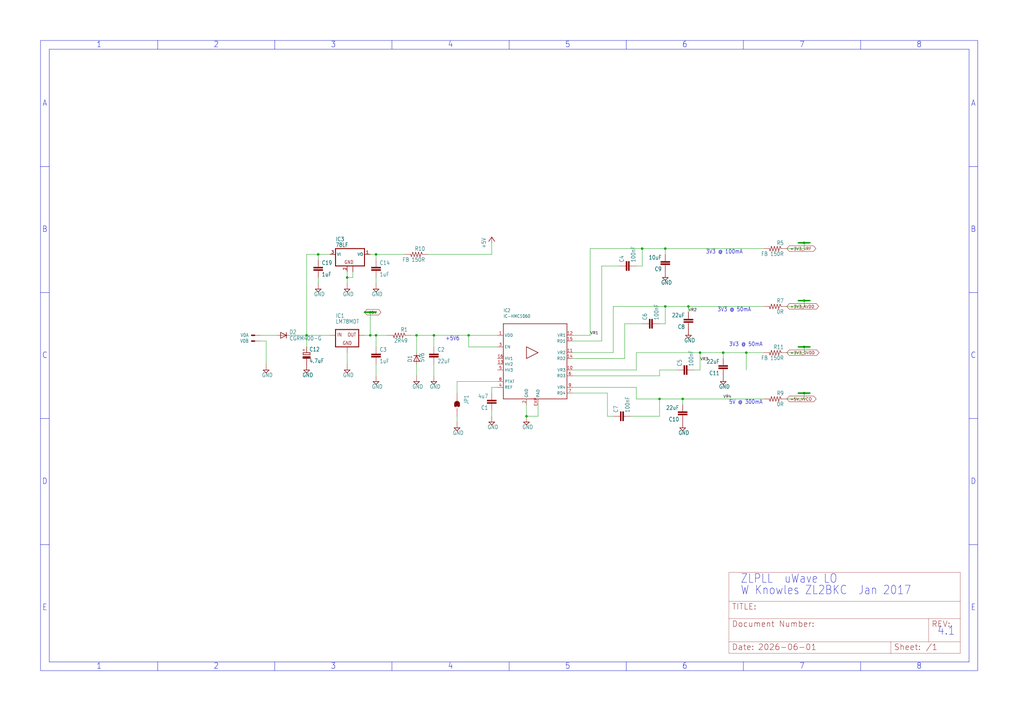
<source format=kicad_sch>
(kicad_sch (version 20230121) (generator eeschema)
  (paper "User" 449.58 315.112)
  (lib_symbols
    (symbol "ZLPLL14G-eagle-import:+5V" (power)
      (property "Value" "+5V" (at -2.54 -5.08 90))
      (symbol "+5V_1_0"
        (polyline (pts (xy 0 0) (xy -1.27 -1.905)) (stroke (width 0.254)))
        (polyline (pts (xy 1.27 -1.905) (xy 0 0)) (stroke (width 0.254)))
        (pin power_in line (at 0 -2.54 90) (length 2.54) (name "+5V") (number "1"))
      )
    )
    (symbol "ZLPLL14G-eagle-import:22-23-2021"
      (property "Reference" "X" (at 2.54 -0.762 0))
      (symbol "22-23-2021_1_0"
        (polyline (pts (xy 1.27 0) (xy 0 0)) (stroke (width 0.6096)))
        (pin passive line (at -2.54 0 0) (length 2.54) (name "S") (number "1"))
      )
      (symbol "22-23-2021_2_0"
        (polyline (pts (xy 1.27 0) (xy 0 0)) (stroke (width 0.6096)))
        (pin passive line (at -2.54 0 0) (length 2.54) (name "S") (number "2"))
      )
    )
    (symbol "ZLPLL14G-eagle-import:78LF"
      (property "Reference" "IC" (at -5.08 5.715 0))
      (symbol "78LF_1_0"
        (polyline (pts (xy -5.08 -5.08) (xy 7.62 -5.08)) (stroke (width 0.4064)))
        (polyline (pts (xy -5.08 2.54) (xy -5.08 -5.08)) (stroke (width 0.4064)))
        (polyline (pts (xy 7.62 -5.08) (xy 7.62 2.54)) (stroke (width 0.4064)))
        (polyline (pts (xy 7.62 2.54) (xy -5.08 2.54)) (stroke (width 0.4064)))
        (text "GND" (at -1.27 -4.318 0) (effects (font (size 1.524 1.2954)) (justify left bottom)))
        (pin passive line (at 10.16 0 180) (length 2.54) (name "VO") (number "1"))
        (pin passive line (at 0 -7.62 90) (length 2.54) (name "GND") (number "2"))
        (pin passive line (at 2.54 -7.62 90) (length 2.54) (name "GND@1") (number "2@1"))
        (pin input line (at -7.62 0 0) (length 2.54) (name "VI") (number "3"))
      )
    )
    (symbol "ZLPLL14G-eagle-import:C-EUC0603"
      (property "Reference" "C" (at 1.524 0.381 0))
      (symbol "C-EUC0603_1_0"
        (rectangle (start -2.032 -2.032) (end 2.032 -1.524) (fill (type outline)))
        (rectangle (start -2.032 -1.016) (end 2.032 -0.508) (fill (type outline)))
        (polyline (pts (xy 0 -2.54) (xy 0 -2.032)) (stroke (width 0.1524)))
        (polyline (pts (xy 0 0) (xy 0 -0.508)) (stroke (width 0.1524)))
        (pin passive line (at 0 2.54 270) (length 2.54) (name "1") (number "1"))
        (pin passive line (at 0 -5.08 90) (length 2.54) (name "2") (number "2"))
      )
    )
    (symbol "ZLPLL14G-eagle-import:CGRM400-G"
      (property "Reference" "D" (at 2.54 0.4826 0))
      (symbol "CGRM400-G_1_0"
        (polyline (pts (xy -1.27 -1.27) (xy 1.27 0)) (stroke (width 0.254)))
        (polyline (pts (xy -1.27 1.27) (xy -1.27 -1.27)) (stroke (width 0.254)))
        (polyline (pts (xy 1.27 0) (xy -1.27 1.27)) (stroke (width 0.254)))
        (polyline (pts (xy 1.27 0) (xy 1.27 -1.27)) (stroke (width 0.254)))
        (polyline (pts (xy 1.27 1.27) (xy 1.27 0)) (stroke (width 0.254)))
        (pin passive line (at -2.54 0 0) (length 2.54) (name "A") (number "A"))
        (pin passive line (at 2.54 0 180) (length 2.54) (name "C") (number "C"))
      )
    )
    (symbol "ZLPLL14G-eagle-import:CPOL-EUCT3528"
      (property "Reference" "C" (at 1.143 0.4826 0))
      (symbol "CPOL-EUCT3528_1_0"
        (rectangle (start -1.651 -2.54) (end 1.651 -1.651) (fill (type outline)))
        (polyline (pts (xy -1.524 -0.889) (xy 1.524 -0.889)) (stroke (width 0.254)))
        (polyline (pts (xy -1.524 0) (xy -1.524 -0.889)) (stroke (width 0.254)))
        (polyline (pts (xy -1.524 0) (xy 1.524 0)) (stroke (width 0.254)))
        (polyline (pts (xy 1.524 -0.889) (xy 1.524 0)) (stroke (width 0.254)))
        (text "+" (at -0.5842 0.4064 900) (effects (font (size 1.27 1.0795)) (justify left bottom)))
        (pin passive line (at 0 2.54 270) (length 2.54) (name "+") (number "+"))
        (pin passive line (at 0 -5.08 90) (length 2.54) (name "-") (number "-"))
      )
    )
    (symbol "ZLPLL14G-eagle-import:DINA3_L"
      (symbol "DINA3_L_1_0"
        (polyline (pts (xy 0 0) (xy 388.62 0) (xy 388.62 264.16) (xy 0 264.16) (xy 0 0)))
      )
      (symbol "DINA3_L_2_0"
        (polyline (pts (xy 0 0) (xy 0 5.08)) (stroke (width 0.1016)))
        (polyline (pts (xy 0 0) (xy 71.12 0)) (stroke (width 0.1016)))
        (polyline (pts (xy 0 5.08) (xy 0 15.24)) (stroke (width 0.1016)))
        (polyline (pts (xy 0 5.08) (xy 71.12 5.08)) (stroke (width 0.1016)))
        (polyline (pts (xy 0 15.24) (xy 0 22.86)) (stroke (width 0.1016)))
        (polyline (pts (xy 0 22.86) (xy 0 35.56)) (stroke (width 0.1016)))
        (polyline (pts (xy 0 22.86) (xy 101.6 22.86)) (stroke (width 0.1016)))
        (polyline (pts (xy 71.12 0) (xy 101.6 0)) (stroke (width 0.1016)))
        (polyline (pts (xy 71.12 5.08) (xy 71.12 0)) (stroke (width 0.1016)))
        (polyline (pts (xy 71.12 5.08) (xy 87.63 5.08)) (stroke (width 0.1016)))
        (polyline (pts (xy 87.63 5.08) (xy 101.6 5.08)) (stroke (width 0.1016)))
        (polyline (pts (xy 87.63 15.24) (xy 0 15.24)) (stroke (width 0.1016)))
        (polyline (pts (xy 87.63 15.24) (xy 87.63 5.08)) (stroke (width 0.1016)))
        (polyline (pts (xy 101.6 5.08) (xy 101.6 0)) (stroke (width 0.1016)))
        (polyline (pts (xy 101.6 15.24) (xy 87.63 15.24)) (stroke (width 0.1016)))
        (polyline (pts (xy 101.6 15.24) (xy 101.6 5.08)) (stroke (width 0.1016)))
        (polyline (pts (xy 101.6 22.86) (xy 101.6 15.24)) (stroke (width 0.1016)))
        (polyline (pts (xy 101.6 35.56) (xy 0 35.56)) (stroke (width 0.1016)))
        (polyline (pts (xy 101.6 35.56) (xy 101.6 22.86)) (stroke (width 0.1016)))
        (text "${#}/${##}" (at 86.36 1.27 0) (effects (font (size 2.54 2.54)) (justify left bottom)))
        (text "${CURRENT_DATE}" (at 12.7 1.27 0) (effects (font (size 2.54 2.54)) (justify left bottom)))
        (text "${PROJECTNAME}" (at 17.78 19.05 0) (effects (font (size 2.54 2.54)) (justify left bottom)))
        (text "Date:" (at 1.27 1.27 0) (effects (font (size 2.54 2.54)) (justify left bottom)))
        (text "Document Number:" (at 1.27 11.43 0) (effects (font (size 2.54 2.54)) (justify left bottom)))
        (text "REV:" (at 88.9 11.43 0) (effects (font (size 2.54 2.54)) (justify left bottom)))
        (text "Sheet:" (at 72.39 1.27 0) (effects (font (size 2.54 2.54)) (justify left bottom)))
        (text "TITLE:" (at 1.27 19.05 0) (effects (font (size 2.54 2.54)) (justify left bottom)))
      )
    )
    (symbol "ZLPLL14G-eagle-import:GND" (power)
      (property "Value" "GND" (at -1.905 -3.175 0))
      (symbol "GND_1_0"
        (polyline (pts (xy -1.27 0) (xy 1.27 0)) (stroke (width 0.254)))
        (polyline (pts (xy 0 -1.27) (xy -1.27 0)) (stroke (width 0.254)))
        (polyline (pts (xy 1.27 0) (xy 0 -1.27)) (stroke (width 0.254)))
        (pin power_in line (at 0 2.54 270) (length 2.54) (name "GND") (number "1"))
      )
    )
    (symbol "ZLPLL14G-eagle-import:IC-HMC1060"
      (property "Reference" "IC" (at -20.32 25.4 0))
      (symbol "IC-HMC1060_1_0"
        (polyline (pts (xy -20.32 -12.7) (xy -20.32 20.32)) (stroke (width 0.254)))
        (polyline (pts (xy -20.32 20.32) (xy 7.62 20.32)) (stroke (width 0.254)))
        (polyline (pts (xy -10.16 5.08) (xy -5.08 7.62)) (stroke (width 0.254)))
        (polyline (pts (xy -10.16 10.16) (xy -10.16 5.08)) (stroke (width 0.254)))
        (polyline (pts (xy -5.08 7.62) (xy -10.16 10.16)) (stroke (width 0.254)))
        (polyline (pts (xy 7.62 -12.7) (xy -20.32 -12.7)) (stroke (width 0.254)))
        (polyline (pts (xy 7.62 20.32) (xy 7.62 -12.7)) (stroke (width 0.254)))
        (pin bidirectional line (at -22.86 15.24 0) (length 2.54) (name "VDD") (number "1"))
        (pin bidirectional line (at 10.16 0 180) (length 2.54) (name "VR3") (number "10"))
        (pin bidirectional line (at 10.16 7.62 180) (length 2.54) (name "VR2") (number "11"))
        (pin bidirectional line (at 10.16 15.24 180) (length 2.54) (name "VR1") (number "12"))
        (pin bidirectional line (at -22.86 2.54 0) (length 2.54) (name "HV2") (number "13"))
        (pin bidirectional line (at 10.16 5.08 180) (length 2.54) (name "RD2") (number "14"))
        (pin bidirectional line (at 10.16 12.7 180) (length 2.54) (name "RD1") (number "15"))
        (pin bidirectional line (at -22.86 5.08 0) (length 2.54) (name "HV1") (number "16"))
        (pin bidirectional line (at -10.16 -15.24 90) (length 2.54) (name "GND") (number "2"))
        (pin bidirectional line (at -22.86 10.16 0) (length 2.54) (name "EN") (number "3"))
        (pin bidirectional line (at -22.86 -7.62 0) (length 2.54) (name "REF") (number "4"))
        (pin bidirectional line (at -22.86 0 0) (length 2.54) (name "HV3") (number "5"))
        (pin bidirectional line (at 10.16 -2.54 180) (length 2.54) (name "RD3") (number "6"))
        (pin bidirectional line (at 10.16 -10.16 180) (length 2.54) (name "RD4") (number "7"))
        (pin bidirectional line (at -22.86 -5.08 0) (length 2.54) (name "PTAT") (number "8"))
        (pin bidirectional line (at 10.16 -7.62 180) (length 2.54) (name "VR4") (number "9"))
        (pin bidirectional line (at -5.08 -15.24 90) (length 2.54) (name "PAD") (number "EXP"))
      )
    )
    (symbol "ZLPLL14G-eagle-import:LM78MDT"
      (property "Reference" "IC" (at 2.54 -7.62 0))
      (symbol "LM78MDT_1_0"
        (polyline (pts (xy -5.08 -5.08) (xy 5.08 -5.08)) (stroke (width 0.4064)))
        (polyline (pts (xy -5.08 2.54) (xy -5.08 -5.08)) (stroke (width 0.4064)))
        (polyline (pts (xy 5.08 -5.08) (xy 5.08 2.54)) (stroke (width 0.4064)))
        (polyline (pts (xy 5.08 2.54) (xy -5.08 2.54)) (stroke (width 0.4064)))
        (text "GND" (at -2.032 -4.318 0) (effects (font (size 1.524 1.2954)) (justify left bottom)))
        (text "IN" (at -4.445 -0.635 0) (effects (font (size 1.524 1.2954)) (justify left bottom)))
        (text "OUT" (at 0.127 -0.635 0) (effects (font (size 1.524 1.2954)) (justify left bottom)))
        (pin input line (at -7.62 0 0) (length 2.54) (name "IN") (number "1"))
        (pin passive line (at 7.62 0 180) (length 2.54) (name "OUT") (number "3"))
        (pin input line (at 0 -7.62 90) (length 2.54) (name "GND") (number "4"))
      )
    )
    (symbol "ZLPLL14G-eagle-import:R-US_R0603"
      (property "Reference" "R" (at -3.81 1.4986 0))
      (symbol "R-US_R0603_1_0"
        (polyline (pts (xy -2.54 0) (xy -2.159 1.016)) (stroke (width 0.2032)))
        (polyline (pts (xy -2.159 1.016) (xy -1.524 -1.016)) (stroke (width 0.2032)))
        (polyline (pts (xy -1.524 -1.016) (xy -0.889 1.016)) (stroke (width 0.2032)))
        (polyline (pts (xy -0.889 1.016) (xy -0.254 -1.016)) (stroke (width 0.2032)))
        (polyline (pts (xy -0.254 -1.016) (xy 0.381 1.016)) (stroke (width 0.2032)))
        (polyline (pts (xy 0.381 1.016) (xy 1.016 -1.016)) (stroke (width 0.2032)))
        (polyline (pts (xy 1.016 -1.016) (xy 1.651 1.016)) (stroke (width 0.2032)))
        (polyline (pts (xy 1.651 1.016) (xy 2.286 -1.016)) (stroke (width 0.2032)))
        (polyline (pts (xy 2.286 -1.016) (xy 2.54 0)) (stroke (width 0.2032)))
        (pin passive line (at -5.08 0 0) (length 2.54) (name "1") (number "1"))
        (pin passive line (at 5.08 0 180) (length 2.54) (name "2") (number "2"))
      )
    )
    (symbol "ZLPLL14G-eagle-import:R-US_R1206"
      (property "Reference" "R" (at -3.81 1.4986 0))
      (symbol "R-US_R1206_1_0"
        (polyline (pts (xy -2.54 0) (xy -2.159 1.016)) (stroke (width 0.2032)))
        (polyline (pts (xy -2.159 1.016) (xy -1.524 -1.016)) (stroke (width 0.2032)))
        (polyline (pts (xy -1.524 -1.016) (xy -0.889 1.016)) (stroke (width 0.2032)))
        (polyline (pts (xy -0.889 1.016) (xy -0.254 -1.016)) (stroke (width 0.2032)))
        (polyline (pts (xy -0.254 -1.016) (xy 0.381 1.016)) (stroke (width 0.2032)))
        (polyline (pts (xy 0.381 1.016) (xy 1.016 -1.016)) (stroke (width 0.2032)))
        (polyline (pts (xy 1.016 -1.016) (xy 1.651 1.016)) (stroke (width 0.2032)))
        (polyline (pts (xy 1.651 1.016) (xy 2.286 -1.016)) (stroke (width 0.2032)))
        (polyline (pts (xy 2.286 -1.016) (xy 2.54 0)) (stroke (width 0.2032)))
        (pin passive line (at -5.08 0 0) (length 2.54) (name "1") (number "1"))
        (pin passive line (at 5.08 0 180) (length 2.54) (name "2") (number "2"))
      )
    )
    (symbol "ZLPLL14G-eagle-import:SOLDERJUMPERNO"
      (property "Reference" "SJ" (at -2.54 2.54 0))
      (symbol "SOLDERJUMPERNO_1_0"
        (arc (start -0.381 -0.635) (mid 0.2541 -0.0001) (end -0.3808 0.635) (stroke (width 1.27)))
        (polyline (pts (xy -2.54 0) (xy -1.651 0)) (stroke (width 0.1524)))
        (polyline (pts (xy 2.54 0) (xy 1.651 0)) (stroke (width 0.1524)))
        (arc (start 0.3808 -0.635) (mid 1.0132 -0.0001) (end 0.381 0.635) (stroke (width 1.27)))
        (pin passive line (at -5.08 0 0) (length 2.54) (name "1") (number "1"))
        (pin passive line (at 5.08 0 180) (length 2.54) (name "2") (number "2"))
      )
    )
    (symbol "ZLPLL14G-eagle-import:ZENER-DIODESOD80C"
      (property "Reference" "D" (at -1.778 1.905 0))
      (symbol "ZENER-DIODESOD80C_1_0"
        (polyline (pts (xy -1.27 -1.27) (xy 1.27 0)) (stroke (width 0.254)))
        (polyline (pts (xy -1.27 1.27) (xy -1.27 -1.27)) (stroke (width 0.254)))
        (polyline (pts (xy 1.27 -1.27) (xy 0.635 -1.27)) (stroke (width 0.254)))
        (polyline (pts (xy 1.27 0) (xy -1.27 1.27)) (stroke (width 0.254)))
        (polyline (pts (xy 1.27 0) (xy 1.27 -1.27)) (stroke (width 0.254)))
        (polyline (pts (xy 1.27 1.27) (xy 1.27 0)) (stroke (width 0.254)))
        (pin passive line (at -2.54 0 0) (length 2.54) (name "A") (number "A"))
        (pin passive line (at 2.54 0 180) (length 2.54) (name "C") (number "C"))
      )
    )
  )
  (junction (at 162.56 147.32))
  (junction (at 353.06 132.08))
  (junction (at 353.06 152.4))
  (junction (at 317.5 154.94))
  (junction (at 231.14 182.88))
  (junction (at 205.74 147.32))
  (junction (at 353.06 172.72))
  (junction (at 302.26 134.62))
  (junction (at 152.4 121.92))
  (junction (at 134.62 147.32))
  (junction (at 165.1 147.32))
  (junction (at 353.06 106.68))
  (junction (at 165.1 111.76))
  (junction (at 299.72 175.26))
  (junction (at 190.5 147.32))
  (junction (at 292.1 109.22))
  (junction (at 182.88 147.32))
  (junction (at 281.94 109.22))
  (junction (at 289.56 175.26))
  (junction (at 162.56 137.16))
  (junction (at 327.66 154.94))
  (junction (at 307.34 154.94))
  (junction (at 292.1 134.62))
  (junction (at 139.7 111.76))
  (wire (pts (xy 215.9 172.72) (xy 215.9 170.18)) (stroke (width 0.1524)))
  (wire (pts (xy 307.34 154.94) (xy 317.5 154.94)) (stroke (width 0.1524)))
  (wire (pts (xy 139.7 114.3) (xy 139.7 111.76)) (stroke (width 0.1524)))
  (wire (pts (xy 165.1 152.4) (xy 165.1 147.32)) (stroke (width 0.1524)))
  (wire (pts (xy 266.7 172.72) (xy 266.7 182.88)) (stroke (width 0.1524)))
  (wire (pts (xy 289.56 162.56) (xy 297.18 162.56)) (stroke (width 0.1524)))
  (wire (pts (xy 215.9 182.88) (xy 215.9 180.34)) (stroke (width 0.1524)))
  (wire (pts (xy 264.16 116.84) (xy 271.78 116.84)) (stroke (width 0.1524)))
  (wire (pts (xy 134.62 147.32) (xy 144.78 147.32)) (stroke (width 0.1524)))
  (wire (pts (xy 269.24 134.62) (xy 269.24 154.94)) (stroke (width 0.1524)))
  (wire (pts (xy 279.4 170.18) (xy 279.4 175.26)) (stroke (width 0.1524)))
  (wire (pts (xy 251.46 147.32) (xy 259.08 147.32)) (stroke (width 0.1524)))
  (wire (pts (xy 114.3 147.32) (xy 121.92 147.32)) (stroke (width 0.1524)))
  (wire (pts (xy 251.46 172.72) (xy 266.7 172.72)) (stroke (width 0.1524)))
  (wire (pts (xy 116.84 149.86) (xy 116.84 160.02)) (stroke (width 0.1524)))
  (wire (pts (xy 162.56 147.32) (xy 165.1 147.32)) (stroke (width 0.1524)))
  (wire (pts (xy 152.4 121.92) (xy 152.4 119.38)) (stroke (width 0.1524)))
  (wire (pts (xy 292.1 111.76) (xy 292.1 109.22)) (stroke (width 0.1524)))
  (wire (pts (xy 279.4 154.94) (xy 307.34 154.94)) (stroke (width 0.1524)))
  (wire (pts (xy 353.06 106.68) (xy 355.6 106.68)) (stroke (width 0.6096)))
  (wire (pts (xy 218.44 152.4) (xy 205.74 152.4)) (stroke (width 0.1524)))
  (wire (pts (xy 134.62 111.76) (xy 134.62 147.32)) (stroke (width 0.1524)))
  (wire (pts (xy 200.66 172.72) (xy 200.66 167.64)) (stroke (width 0.1524)))
  (wire (pts (xy 190.5 165.1) (xy 190.5 160.02)) (stroke (width 0.1524)))
  (wire (pts (xy 302.26 137.16) (xy 302.26 134.62)) (stroke (width 0.1524)))
  (wire (pts (xy 274.32 142.24) (xy 281.94 142.24)) (stroke (width 0.1524)))
  (wire (pts (xy 345.44 109.22) (xy 353.06 109.22)) (stroke (width 0.1524)))
  (wire (pts (xy 139.7 121.92) (xy 139.7 124.46)) (stroke (width 0.1524)))
  (wire (pts (xy 304.8 162.56) (xy 307.34 162.56)) (stroke (width 0.1524)))
  (wire (pts (xy 236.22 182.88) (xy 231.14 182.88)) (stroke (width 0.1524)))
  (wire (pts (xy 353.06 154.94) (xy 353.06 152.4)) (stroke (width 0.1524)))
  (wire (pts (xy 251.46 170.18) (xy 279.4 170.18)) (stroke (width 0.1524)))
  (wire (pts (xy 134.62 152.4) (xy 134.62 147.32)) (stroke (width 0.1524)))
  (wire (pts (xy 215.9 111.76) (xy 187.96 111.76)) (stroke (width 0.1524)))
  (wire (pts (xy 182.88 160.02) (xy 182.88 165.1)) (stroke (width 0.1524)))
  (wire (pts (xy 279.4 116.84) (xy 281.94 116.84)) (stroke (width 0.1524)))
  (wire (pts (xy 292.1 134.62) (xy 302.26 134.62)) (stroke (width 0.1524)))
  (wire (pts (xy 266.7 182.88) (xy 269.24 182.88)) (stroke (width 0.1524)))
  (wire (pts (xy 269.24 134.62) (xy 292.1 134.62)) (stroke (width 0.1524)))
  (wire (pts (xy 251.46 157.48) (xy 274.32 157.48)) (stroke (width 0.1524)))
  (wire (pts (xy 205.74 152.4) (xy 205.74 147.32)) (stroke (width 0.1524)))
  (wire (pts (xy 292.1 109.22) (xy 335.28 109.22)) (stroke (width 0.1524)))
  (wire (pts (xy 231.14 182.88) (xy 231.14 177.8)) (stroke (width 0.1524)))
  (wire (pts (xy 259.08 109.22) (xy 281.94 109.22)) (stroke (width 0.1524)))
  (wire (pts (xy 353.06 172.72) (xy 355.6 172.72)) (stroke (width 0.6096)))
  (wire (pts (xy 182.88 147.32) (xy 190.5 147.32)) (stroke (width 0.1524)))
  (wire (pts (xy 154.94 121.92) (xy 152.4 121.92)) (stroke (width 0.1524)))
  (wire (pts (xy 251.46 162.56) (xy 279.4 162.56)) (stroke (width 0.1524)))
  (wire (pts (xy 353.06 152.4) (xy 350.52 152.4)) (stroke (width 0.6096)))
  (wire (pts (xy 182.88 154.94) (xy 182.88 147.32)) (stroke (width 0.1524)))
  (wire (pts (xy 152.4 124.46) (xy 152.4 121.92)) (stroke (width 0.1524)))
  (wire (pts (xy 327.66 162.56) (xy 327.66 154.94)) (stroke (width 0.1524)))
  (wire (pts (xy 274.32 157.48) (xy 274.32 142.24)) (stroke (width 0.1524)))
  (wire (pts (xy 353.06 132.08) (xy 350.52 132.08)) (stroke (width 0.6096)))
  (wire (pts (xy 317.5 154.94) (xy 327.66 154.94)) (stroke (width 0.1524)))
  (wire (pts (xy 353.06 152.4) (xy 355.6 152.4)) (stroke (width 0.6096)))
  (wire (pts (xy 154.94 119.38) (xy 154.94 121.92)) (stroke (width 0.1524)))
  (wire (pts (xy 353.06 109.22) (xy 353.06 106.68)) (stroke (width 0.1524)))
  (wire (pts (xy 269.24 154.94) (xy 251.46 154.94)) (stroke (width 0.1524)))
  (wire (pts (xy 281.94 116.84) (xy 281.94 109.22)) (stroke (width 0.1524)))
  (wire (pts (xy 299.72 175.26) (xy 335.28 175.26)) (stroke (width 0.1524)))
  (wire (pts (xy 259.08 147.32) (xy 259.08 109.22)) (stroke (width 0.1524)))
  (wire (pts (xy 307.34 162.56) (xy 307.34 154.94)) (stroke (width 0.1524)))
  (wire (pts (xy 299.72 177.8) (xy 299.72 175.26)) (stroke (width 0.1524)))
  (wire (pts (xy 160.02 147.32) (xy 162.56 147.32)) (stroke (width 0.1524)))
  (wire (pts (xy 327.66 154.94) (xy 335.28 154.94)) (stroke (width 0.1524)))
  (wire (pts (xy 289.56 175.26) (xy 299.72 175.26)) (stroke (width 0.1524)))
  (wire (pts (xy 276.86 182.88) (xy 289.56 182.88)) (stroke (width 0.1524)))
  (wire (pts (xy 215.9 106.68) (xy 215.9 111.76)) (stroke (width 0.1524)))
  (wire (pts (xy 165.1 121.92) (xy 165.1 124.46)) (stroke (width 0.1524)))
  (wire (pts (xy 345.44 134.62) (xy 353.06 134.62)) (stroke (width 0.1524)))
  (wire (pts (xy 165.1 111.76) (xy 177.8 111.76)) (stroke (width 0.1524)))
  (wire (pts (xy 292.1 142.24) (xy 292.1 134.62)) (stroke (width 0.1524)))
  (wire (pts (xy 139.7 111.76) (xy 134.62 111.76)) (stroke (width 0.1524)))
  (wire (pts (xy 289.56 162.56) (xy 289.56 165.1)) (stroke (width 0.1524)))
  (wire (pts (xy 165.1 147.32) (xy 170.18 147.32)) (stroke (width 0.1524)))
  (wire (pts (xy 289.56 182.88) (xy 289.56 175.26)) (stroke (width 0.1524)))
  (wire (pts (xy 215.9 170.18) (xy 218.44 170.18)) (stroke (width 0.1524)))
  (wire (pts (xy 165.1 165.1) (xy 165.1 160.02)) (stroke (width 0.1524)))
  (wire (pts (xy 317.5 157.48) (xy 317.5 154.94)) (stroke (width 0.1524)))
  (wire (pts (xy 281.94 109.22) (xy 292.1 109.22)) (stroke (width 0.1524)))
  (wire (pts (xy 353.06 106.68) (xy 350.52 106.68)) (stroke (width 0.6096)))
  (wire (pts (xy 205.74 147.32) (xy 218.44 147.32)) (stroke (width 0.1524)))
  (wire (pts (xy 279.4 162.56) (xy 279.4 154.94)) (stroke (width 0.1524)))
  (wire (pts (xy 190.5 147.32) (xy 205.74 147.32)) (stroke (width 0.1524)))
  (wire (pts (xy 353.06 134.62) (xy 353.06 132.08)) (stroke (width 0.1524)))
  (wire (pts (xy 279.4 175.26) (xy 289.56 175.26)) (stroke (width 0.1524)))
  (wire (pts (xy 200.66 167.64) (xy 218.44 167.64)) (stroke (width 0.1524)))
  (wire (pts (xy 180.34 147.32) (xy 182.88 147.32)) (stroke (width 0.1524)))
  (wire (pts (xy 345.44 154.94) (xy 353.06 154.94)) (stroke (width 0.1524)))
  (wire (pts (xy 127 147.32) (xy 134.62 147.32)) (stroke (width 0.1524)))
  (wire (pts (xy 162.56 147.32) (xy 162.56 137.16)) (stroke (width 0.1524)))
  (wire (pts (xy 152.4 160.02) (xy 152.4 154.94)) (stroke (width 0.1524)))
  (wire (pts (xy 165.1 114.3) (xy 165.1 111.76)) (stroke (width 0.1524)))
  (wire (pts (xy 251.46 149.86) (xy 264.16 149.86)) (stroke (width 0.1524)))
  (wire (pts (xy 162.56 111.76) (xy 165.1 111.76)) (stroke (width 0.1524)))
  (wire (pts (xy 302.26 134.62) (xy 335.28 134.62)) (stroke (width 0.1524)))
  (wire (pts (xy 236.22 177.8) (xy 236.22 182.88)) (stroke (width 0.1524)))
  (wire (pts (xy 264.16 149.86) (xy 264.16 116.84)) (stroke (width 0.1524)))
  (wire (pts (xy 251.46 165.1) (xy 289.56 165.1)) (stroke (width 0.1524)))
  (wire (pts (xy 350.52 172.72) (xy 353.06 172.72)) (stroke (width 0.6096)))
  (wire (pts (xy 162.56 137.16) (xy 165.1 137.16)) (stroke (width 0.6096)))
  (wire (pts (xy 160.02 137.16) (xy 162.56 137.16)) (stroke (width 0.6096)))
  (wire (pts (xy 200.66 182.88) (xy 200.66 185.42)) (stroke (width 0.1524)))
  (wire (pts (xy 353.06 132.08) (xy 355.6 132.08)) (stroke (width 0.6096)))
  (wire (pts (xy 289.56 142.24) (xy 292.1 142.24)) (stroke (width 0.1524)))
  (wire (pts (xy 353.06 175.26) (xy 353.06 172.72)) (stroke (width 0.1524)))
  (wire (pts (xy 190.5 152.4) (xy 190.5 147.32)) (stroke (width 0.1524)))
  (wire (pts (xy 114.3 149.86) (xy 116.84 149.86)) (stroke (width 0.1524)))
  (wire (pts (xy 144.78 111.76) (xy 139.7 111.76)) (stroke (width 0.1524)))
  (wire (pts (xy 345.44 175.26) (xy 353.06 175.26)) (stroke (width 0.1524)))
  (polyline (pts (xy 425.45 239.268) (xy 429.26 239.268)))
  (polyline (pts (xy 425.45 290.83) (xy 21.59 290.83)))
  (polyline (pts (xy 21.59 21.59) (xy 21.59 290.83)))
  (polyline (pts (xy 377.825 17.78) (xy 377.825 21.59)))
  (polyline (pts (xy 326.39 17.78) (xy 326.39 21.59)))
  (polyline (pts (xy 17.78 17.78) (xy 429.26 17.78) (xy 429.26 294.64) (xy 17.78 294.64) (xy 17.78 17.78)))
  (polyline (pts (xy 274.955 17.78) (xy 274.955 21.59)))
  (polyline (pts (xy 425.45 183.896) (xy 429.26 183.896)))
  (polyline (pts (xy 120.65 17.78) (xy 120.65 21.59)))
  (polyline (pts (xy 425.45 21.59) (xy 21.59 21.59)))
  (polyline (pts (xy 425.45 128.524) (xy 429.26 128.524)))
  (polyline (pts (xy 69.215 290.83) (xy 69.215 294.64)))
  (polyline (pts (xy 223.52 17.78) (xy 223.52 21.59)))
  (polyline (pts (xy 172.085 290.83) (xy 172.085 294.64)))
  (polyline (pts (xy 17.78 239.268) (xy 21.59 239.268)))
  (polyline (pts (xy 17.78 128.524) (xy 21.59 128.524)))
  (polyline (pts (xy 377.825 290.83) (xy 377.825 294.64)))
  (polyline (pts (xy 274.955 290.83) (xy 274.955 294.64)))
  (polyline (pts (xy 425.45 21.59) (xy 425.45 290.83)))
  (polyline (pts (xy 69.215 17.78) (xy 69.215 21.59)))
  (polyline (pts (xy 120.65 290.83) (xy 120.65 294.64)))
  (polyline (pts (xy 223.52 290.83) (xy 223.52 294.64)))
  (polyline (pts (xy 425.45 73.152) (xy 429.26 73.152)))
  (polyline (pts (xy 172.085 17.78) (xy 172.085 21.59)))
  (polyline (pts (xy 17.78 183.896) (xy 21.59 183.896)))
  (polyline (pts (xy 326.39 290.83) (xy 326.39 294.64)))
  (polyline (pts (xy 17.78 73.152) (xy 21.59 73.152)))
  (text "1" (at 43.4975 19.685 0) (effects (font (size 2.54 2.286))))
  (text "3" (at 146.3675 292.735 0) (effects (font (size 2.54 2.286))))
  (text "D" (at 427.355 211.582 0) (effects (font (size 2.54 2.286))))
  (text "3V3 @ 50mA" (at 320.04 152.4 0) (effects (font (size 1.778 1.5113)) (justify left bottom)))
  (text "ZLPLL  uWave LO" (at 325.12 256.54 0) (effects (font (size 3.81 3.2385)) (justify left bottom)))
  (text "4" (at 197.8025 292.735 0) (effects (font (size 2.54 2.286))))
  (text "5" (at 249.2375 19.685 0) (effects (font (size 2.54 2.286))))
  (text "8" (at 403.5425 292.735 0) (effects (font (size 2.54 2.286))))
  (text "C" (at 19.685 156.21 0) (effects (font (size 2.54 2.286))))
  (text "+5V6" (at 195.58 149.86 0) (effects (font (size 1.778 1.5113)) (justify left bottom)))
  (text "A" (at 19.685 45.466 0) (effects (font (size 2.54 2.286))))
  (text "B" (at 19.685 100.838 0) (effects (font (size 2.54 2.286))))
  (text "W Knowles ZL2BKC  Jan 2017" (at 325.12 261.62 0) (effects (font (size 3.81 3.2385)) (justify left bottom)))
  (text "5" (at 249.2375 292.735 0) (effects (font (size 2.54 2.286))))
  (text "5V @ 300mA" (at 320.04 177.8 0) (effects (font (size 1.778 1.5113)) (justify left bottom)))
  (text "6" (at 300.6725 19.685 0) (effects (font (size 2.54 2.286))))
  (text "1" (at 43.4975 292.735 0) (effects (font (size 2.54 2.286))))
  (text "B" (at 427.355 100.838 0) (effects (font (size 2.54 2.286))))
  (text "A" (at 427.355 45.466 0) (effects (font (size 2.54 2.286))))
  (text "2" (at 94.9325 292.735 0) (effects (font (size 2.54 2.286))))
  (text "C" (at 427.355 156.21 0) (effects (font (size 2.54 2.286))))
  (text "E" (at 427.355 266.954 0) (effects (font (size 2.54 2.286))))
  (text "2" (at 94.9325 19.685 0) (effects (font (size 2.54 2.286))))
  (text "3V3 @ 50mA" (at 314.96 137.16 0) (effects (font (size 1.778 1.5113)) (justify left bottom)))
  (text "D" (at 19.685 211.582 0) (effects (font (size 2.54 2.286))))
  (text "3V3 @ 100mA" (at 309.88 111.76 0) (effects (font (size 1.778 1.5113)) (justify left bottom)))
  (text "E" (at 19.685 266.954 0) (effects (font (size 2.54 2.286))))
  (text "8" (at 403.5425 19.685 0) (effects (font (size 2.54 2.286))))
  (text "7" (at 352.1075 292.735 0) (effects (font (size 2.54 2.286))))
  (text "4.1" (at 411.48 279.4 0) (effects (font (size 3.81 3.2385)) (justify left bottom)))
  (text "6" (at 300.6725 292.735 0) (effects (font (size 2.54 2.286))))
  (text "3" (at 146.3675 19.685 0) (effects (font (size 2.54 2.286))))
  (text "4" (at 197.8025 19.685 0) (effects (font (size 2.54 2.286))))
  (text "7" (at 352.1075 19.685 0) (effects (font (size 2.54 2.286))))
  (label "VR4" (at 317.5 175.26 0) (effects (font (size 1.2446 1.2446))))
  (label "VR1" (at 259.08 147.32 0) (effects (font (size 1.2446 1.2446))))
  (label "VR2" (at 302.26 137.16 0) (effects (font (size 1.2446 1.2446))))
  (label "VR3" (at 307.34 158.75 0) (effects (font (size 1.2446 1.2446))))
  (global_label "+3V3_AVDD" (shape bidirectional) (at 345.44 134.62 0) (effects (font (size 1.2446 1.2446))) (property "Intersheetrefs" "${INTERSHEET_REFS}" (effects hide)))
  (global_label "+5V_VVCO" (shape bidirectional) (at 345.44 175.26 0) (effects (font (size 1.2446 1.2446))) (property "Intersheetrefs" "${INTERSHEET_REFS}" (effects hide)))
  (global_label "+6V" (shape bidirectional) (at 160.02 137.16 0) (effects (font (size 1.2446 1.2446))) (property "Intersheetrefs" "${INTERSHEET_REFS}" (effects hide)))
  (global_label "+3V3_DVDD" (shape bidirectional) (at 345.44 154.94 0) (effects (font (size 1.2446 1.2446))) (property "Intersheetrefs" "${INTERSHEET_REFS}" (effects hide)))
  (global_label "+3V3_VRF" (shape bidirectional) (at 345.44 109.22 0) (effects (font (size 1.2446 1.2446))) (property "Intersheetrefs" "${INTERSHEET_REFS}" (effects hide)))
  (symbol (lib_id "ZLPLL14G-eagle-import:22-23-2021") (at 111.76 147.32 0) (mirror y) (unit 1)
    (property "Reference" "V0" (at 109.22 148.082 0) (effects (font (size 1.524 1.2954)) (justify left bottom)))
    (property "Value" "22-23-2021" (effects hide))
    (property "Footprint" "ZLPLL14G:22-23-2021" (effects hide))
  )
  (symbol (lib_id "ZLPLL14G-eagle-import:R-US_R0603") (at 340.36 175.26 0) (mirror y) (unit 1)
    (property "Reference" "R9" (at 344.17 173.7614 0) (effects (font (size 1.778 1.5113)) (justify left bottom)))
    (property "Value" "0R" (at 344.17 178.562 0) (effects (font (size 1.778 1.5113)) (justify left bottom)))
    (property "Footprint" "ZLPLL14G:R0603" (effects hide))
  )
  (symbol (lib_id "ZLPLL14G-eagle-import:R-US_R0603") (at 340.36 154.94 0) (mirror y) (unit 1)
    (property "Reference" "R11" (at 344.17 153.4414 0) (effects (font (size 1.778 1.5113)) (justify left bottom)))
    (property "Value" "FB 150R" (at 344.17 158.242 0) (effects (font (size 1.778 1.5113)) (justify left bottom)))
    (property "Footprint" "ZLPLL14G:R0603" (effects hide))
  )
  (symbol (lib_id "ZLPLL14G-eagle-import:C-EUC0603") (at 139.7 116.84 0) (unit 1)
    (property "Reference" "C19" (at 141.224 116.459 0) (effects (font (size 1.778 1.5113)) (justify left bottom)))
    (property "Value" "1uF" (at 141.224 121.539 0) (effects (font (size 1.778 1.5113)) (justify left bottom)))
    (property "Footprint" "ZLPLL14G:C0603" (effects hide))
  )
  (symbol (lib_id "ZLPLL14G-eagle-import:R-US_R1206") (at 175.26 147.32 0) (mirror y) (unit 1)
    (property "Reference" "R1" (at 179.07 145.8214 0) (effects (font (size 1.778 1.5113)) (justify left bottom)))
    (property "Value" "2R49" (at 179.07 150.622 0) (effects (font (size 1.778 1.5113)) (justify left bottom)))
    (property "Footprint" "ZLPLL14G:R1206" (effects hide))
  )
  (symbol (lib_id "ZLPLL14G-eagle-import:C-EUC0603") (at 215.9 177.8 180) (unit 1)
    (property "Reference" "C1" (at 214.376 178.181 0) (effects (font (size 1.778 1.5113)) (justify left bottom)))
    (property "Value" "4u7" (at 214.376 173.101 0) (effects (font (size 1.778 1.5113)) (justify left bottom)))
    (property "Footprint" "ZLPLL14G:C0603" (effects hide))
  )
  (symbol (lib_id "ZLPLL14G-eagle-import:GND") (at 190.5 167.64 0) (unit 1)
    (property "Reference" "#SUPPLY59" (effects hide))
    (property "Value" "GND" (at 188.595 170.815 0) (effects (font (size 1.778 1.5113)) (justify left bottom)))
  )
  (symbol (lib_id "ZLPLL14G-eagle-import:GND") (at 200.66 187.96 0) (unit 1)
    (property "Reference" "#SUPPLY11" (effects hide))
    (property "Value" "GND" (at 198.755 191.135 0) (effects (font (size 1.778 1.5113)) (justify left bottom)))
  )
  (symbol (lib_id "ZLPLL14G-eagle-import:C-EUC0603") (at 271.78 182.88 90) (unit 1)
    (property "Reference" "C7" (at 271.399 181.356 0) (effects (font (size 1.778 1.5113)) (justify left bottom)))
    (property "Value" "100nF" (at 276.479 181.356 0) (effects (font (size 1.778 1.5113)) (justify left bottom)))
    (property "Footprint" "ZLPLL14G:C0603" (effects hide))
  )
  (symbol (lib_id "ZLPLL14G-eagle-import:SOLDERJUMPERNO") (at 200.66 177.8 90) (unit 1)
    (property "Reference" "JP1" (at 205.74 177.8 0) (effects (font (size 1.778 1.5113)) (justify left bottom)))
    (property "Value" "SOLDERJUMPERNO" (effects hide))
    (property "Footprint" "ZLPLL14G:SJ_2S-NO" (effects hide))
  )
  (symbol (lib_id "ZLPLL14G-eagle-import:GND") (at 299.72 187.96 0) (unit 1)
    (property "Reference" "#SUPPLY55" (effects hide))
    (property "Value" "GND" (at 297.815 191.135 0) (effects (font (size 1.778 1.5113)) (justify left bottom)))
  )
  (symbol (lib_id "ZLPLL14G-eagle-import:GND") (at 302.26 147.32 0) (unit 1)
    (property "Reference" "#SUPPLY53" (effects hide))
    (property "Value" "GND" (at 300.355 150.495 0) (effects (font (size 1.778 1.5113)) (justify left bottom)))
  )
  (symbol (lib_id "ZLPLL14G-eagle-import:GND") (at 139.7 127 0) (unit 1)
    (property "Reference" "#SUPPLY14" (effects hide))
    (property "Value" "GND" (at 137.795 130.175 0) (effects (font (size 1.778 1.5113)) (justify left bottom)))
  )
  (symbol (lib_id "ZLPLL14G-eagle-import:C-EUC0603") (at 299.72 182.88 180) (unit 1)
    (property "Reference" "C10" (at 298.196 183.261 0) (effects (font (size 1.778 1.5113)) (justify left bottom)))
    (property "Value" "22uF" (at 298.196 178.181 0) (effects (font (size 1.778 1.5113)) (justify left bottom)))
    (property "Footprint" "ZLPLL14G:C0603" (effects hide))
  )
  (symbol (lib_id "ZLPLL14G-eagle-import:GND") (at 152.4 127 0) (unit 1)
    (property "Reference" "#SUPPLY8" (effects hide))
    (property "Value" "GND" (at 150.495 130.175 0) (effects (font (size 1.778 1.5113)) (justify left bottom)))
  )
  (symbol (lib_id "ZLPLL14G-eagle-import:C-EUC0603") (at 165.1 154.94 0) (unit 1)
    (property "Reference" "C3" (at 166.624 154.559 0) (effects (font (size 1.778 1.5113)) (justify left bottom)))
    (property "Value" "1uF" (at 166.624 159.639 0) (effects (font (size 1.778 1.5113)) (justify left bottom)))
    (property "Footprint" "ZLPLL14G:C0603" (effects hide))
  )
  (symbol (lib_id "ZLPLL14G-eagle-import:IC-HMC1060") (at 241.3 162.56 0) (unit 1)
    (property "Reference" "IC2" (at 220.98 137.16 0) (effects (font (size 1.4224 1.209)) (justify left bottom)))
    (property "Value" "IC-HMC1060" (at 220.98 139.7 0) (effects (font (size 1.4224 1.209)) (justify left bottom)))
    (property "Footprint" "ZLPLL14G:QFN16" (effects hide))
  )
  (symbol (lib_id "ZLPLL14G-eagle-import:GND") (at 292.1 121.92 0) (unit 1)
    (property "Reference" "#SUPPLY52" (effects hide))
    (property "Value" "GND" (at 290.195 125.095 0) (effects (font (size 1.778 1.5113)) (justify left bottom)))
  )
  (symbol (lib_id "ZLPLL14G-eagle-import:C-EUC0603") (at 190.5 154.94 0) (unit 1)
    (property "Reference" "C2" (at 192.024 154.559 0) (effects (font (size 1.778 1.5113)) (justify left bottom)))
    (property "Value" "22uF" (at 192.024 159.639 0) (effects (font (size 1.778 1.5113)) (justify left bottom)))
    (property "Footprint" "ZLPLL14G:C0603" (effects hide))
  )
  (symbol (lib_id "ZLPLL14G-eagle-import:GND") (at 215.9 185.42 0) (unit 1)
    (property "Reference" "#SUPPLY57" (effects hide))
    (property "Value" "GND" (at 213.995 188.595 0) (effects (font (size 1.778 1.5113)) (justify left bottom)))
  )
  (symbol (lib_id "ZLPLL14G-eagle-import:LM78MDT") (at 152.4 147.32 0) (unit 1)
    (property "Reference" "IC1" (at 147.32 139.7 0) (effects (font (size 1.778 1.5113)) (justify left bottom)))
    (property "Value" "LM78MDT" (at 147.32 142.24 0) (effects (font (size 1.778 1.5113)) (justify left bottom)))
    (property "Footprint" "ZLPLL14G:DPACK" (effects hide))
  )
  (symbol (lib_id "ZLPLL14G-eagle-import:+5V") (at 215.9 104.14 0) (unit 1)
    (property "Reference" "#P+1" (effects hide))
    (property "Value" "+5V" (at 213.36 109.22 90) (effects (font (size 1.778 1.5113)) (justify left bottom)))
  )
  (symbol (lib_id "ZLPLL14G-eagle-import:GND") (at 116.84 162.56 0) (unit 1)
    (property "Reference" "#SUPPLY3" (effects hide))
    (property "Value" "GND" (at 114.935 165.735 0) (effects (font (size 1.778 1.5113)) (justify left bottom)))
  )
  (symbol (lib_id "ZLPLL14G-eagle-import:C-EUC0603") (at 165.1 116.84 0) (unit 1)
    (property "Reference" "C14" (at 166.624 116.459 0) (effects (font (size 1.778 1.5113)) (justify left bottom)))
    (property "Value" "1uF" (at 166.624 121.539 0) (effects (font (size 1.778 1.5113)) (justify left bottom)))
    (property "Footprint" "ZLPLL14G:C0603" (effects hide))
  )
  (symbol (lib_id "ZLPLL14G-eagle-import:C-EUC0603") (at 292.1 116.84 180) (unit 1)
    (property "Reference" "C9" (at 290.576 117.221 0) (effects (font (size 1.778 1.5113)) (justify left bottom)))
    (property "Value" "10uF" (at 290.576 112.141 0) (effects (font (size 1.778 1.5113)) (justify left bottom)))
    (property "Footprint" "ZLPLL14G:C0603" (effects hide))
  )
  (symbol (lib_id "ZLPLL14G-eagle-import:GND") (at 317.5 167.64 0) (unit 1)
    (property "Reference" "#SUPPLY54" (effects hide))
    (property "Value" "GND" (at 315.595 170.815 0) (effects (font (size 1.778 1.5113)) (justify left bottom)))
  )
  (symbol (lib_id "ZLPLL14G-eagle-import:R-US_R0603") (at 182.88 111.76 0) (mirror y) (unit 1)
    (property "Reference" "R10" (at 186.69 110.2614 0) (effects (font (size 1.778 1.5113)) (justify left bottom)))
    (property "Value" "FB 150R" (at 186.69 115.062 0) (effects (font (size 1.778 1.5113)) (justify left bottom)))
    (property "Footprint" "ZLPLL14G:R0603" (effects hide))
  )
  (symbol (lib_id "ZLPLL14G-eagle-import:C-EUC0603") (at 274.32 116.84 90) (unit 1)
    (property "Reference" "C4" (at 273.939 115.316 0) (effects (font (size 1.778 1.5113)) (justify left bottom)))
    (property "Value" "100nF" (at 279.019 115.316 0) (effects (font (size 1.778 1.5113)) (justify left bottom)))
    (property "Footprint" "ZLPLL14G:C0603" (effects hide))
  )
  (symbol (lib_id "ZLPLL14G-eagle-import:78LF") (at 152.4 111.76 0) (unit 1)
    (property "Reference" "IC3" (at 147.32 106.045 0) (effects (font (size 1.778 1.5113)) (justify left bottom)))
    (property "Value" "78LF" (at 147.32 108.585 0) (effects (font (size 1.778 1.5113)) (justify left bottom)))
    (property "Footprint" "ZLPLL14G:SOT89" (effects hide))
  )
  (symbol (lib_id "ZLPLL14G-eagle-import:CPOL-EUCT3528") (at 134.62 154.94 0) (unit 1)
    (property "Reference" "C12" (at 135.763 154.4574 0) (effects (font (size 1.778 1.5113)) (justify left bottom)))
    (property "Value" "4.7uF" (at 135.763 159.5374 0) (effects (font (size 1.778 1.5113)) (justify left bottom)))
    (property "Footprint" "ZLPLL14G:CT3528" (effects hide))
  )
  (symbol (lib_id "ZLPLL14G-eagle-import:GND") (at 165.1 167.64 0) (unit 1)
    (property "Reference" "#SUPPLY58" (effects hide))
    (property "Value" "GND" (at 163.195 170.815 0) (effects (font (size 1.778 1.5113)) (justify left bottom)))
  )
  (symbol (lib_id "ZLPLL14G-eagle-import:GND") (at 182.88 167.64 0) (unit 1)
    (property "Reference" "#SUPPLY46" (effects hide))
    (property "Value" "GND" (at 180.975 170.815 0) (effects (font (size 1.778 1.5113)) (justify left bottom)))
  )
  (symbol (lib_id "ZLPLL14G-eagle-import:C-EUC0603") (at 302.26 142.24 180) (unit 1)
    (property "Reference" "C8" (at 300.736 142.621 0) (effects (font (size 1.778 1.5113)) (justify left bottom)))
    (property "Value" "22uF" (at 300.736 137.541 0) (effects (font (size 1.778 1.5113)) (justify left bottom)))
    (property "Footprint" "ZLPLL14G:C0603" (effects hide))
  )
  (symbol (lib_id "ZLPLL14G-eagle-import:R-US_R0603") (at 340.36 134.62 0) (mirror y) (unit 1)
    (property "Reference" "R7" (at 344.17 133.1214 0) (effects (font (size 1.778 1.5113)) (justify left bottom)))
    (property "Value" "0R" (at 344.17 137.922 0) (effects (font (size 1.778 1.5113)) (justify left bottom)))
    (property "Footprint" "ZLPLL14G:R0603" (effects hide))
  )
  (symbol (lib_id "ZLPLL14G-eagle-import:GND") (at 152.4 162.56 0) (unit 1)
    (property "Reference" "#SUPPLY2" (effects hide))
    (property "Value" "GND" (at 150.495 165.735 0) (effects (font (size 1.778 1.5113)) (justify left bottom)))
  )
  (symbol (lib_id "ZLPLL14G-eagle-import:C-EUC0603") (at 317.5 162.56 180) (unit 1)
    (property "Reference" "C11" (at 315.976 162.941 0) (effects (font (size 1.778 1.5113)) (justify left bottom)))
    (property "Value" "22uF" (at 315.976 157.861 0) (effects (font (size 1.778 1.5113)) (justify left bottom)))
    (property "Footprint" "ZLPLL14G:C0603" (effects hide))
  )
  (symbol (lib_id "ZLPLL14G-eagle-import:DINA3_L") (at 320.04 287.02 0) (unit 2)
    (property "Reference" "#F2" (effects hide))
    (property "Value" "RR" (effects hide))
  )
  (symbol (lib_id "ZLPLL14G-eagle-import:C-EUC0603") (at 299.72 162.56 90) (unit 1)
    (property "Reference" "C5" (at 299.339 161.036 0) (effects (font (size 1.778 1.5113)) (justify left bottom)))
    (property "Value" "100nF" (at 304.419 161.036 0) (effects (font (size 1.778 1.5113)) (justify left bottom)))
    (property "Footprint" "ZLPLL14G:C0603" (effects hide))
  )
  (symbol (lib_id "ZLPLL14G-eagle-import:GND") (at 165.1 127 0) (unit 1)
    (property "Reference" "#SUPPLY13" (effects hide))
    (property "Value" "GND" (at 163.195 130.175 0) (effects (font (size 1.778 1.5113)) (justify left bottom)))
  )
  (symbol (lib_id "ZLPLL14G-eagle-import:R-US_R0603") (at 340.36 109.22 0) (mirror y) (unit 1)
    (property "Reference" "R5" (at 344.17 107.7214 0) (effects (font (size 1.778 1.5113)) (justify left bottom)))
    (property "Value" "FB 150R" (at 344.17 112.522 0) (effects (font (size 1.778 1.5113)) (justify left bottom)))
    (property "Footprint" "ZLPLL14G:R0603" (effects hide))
  )
  (symbol (lib_id "ZLPLL14G-eagle-import:GND") (at 231.14 185.42 0) (unit 1)
    (property "Reference" "#SUPPLY56" (effects hide))
    (property "Value" "GND" (at 229.235 188.595 0) (effects (font (size 1.778 1.5113)) (justify left bottom)))
  )
  (symbol (lib_id "ZLPLL14G-eagle-import:22-23-2021") (at 111.76 149.86 0) (mirror y) (unit 2)
    (property "Reference" "V0" (at 109.22 150.622 0) (effects (font (size 1.524 1.2954)) (justify left bottom)))
    (property "Value" "22-23-2021" (effects hide))
    (property "Footprint" "ZLPLL14G:22-23-2021" (effects hide))
  )
  (symbol (lib_id "ZLPLL14G-eagle-import:GND") (at 134.62 162.56 0) (unit 1)
    (property "Reference" "#SUPPLY9" (effects hide))
    (property "Value" "GND" (at 132.715 165.735 0) (effects (font (size 1.778 1.5113)) (justify left bottom)))
  )
  (symbol (lib_id "ZLPLL14G-eagle-import:CGRM400-G") (at 124.46 147.32 0) (unit 1)
    (property "Reference" "D2" (at 127 146.8374 0) (effects (font (size 1.778 1.5113)) (justify left bottom)))
    (property "Value" "CGRM400-G" (at 127 149.6314 0) (effects (font (size 1.778 1.5113)) (justify left bottom)))
    (property "Footprint" "ZLPLL14G:SOD-123_MINI-SMA" (effects hide))
  )
  (symbol (lib_id "ZLPLL14G-eagle-import:ZENER-DIODESOD80C") (at 182.88 157.48 90) (unit 1)
    (property "Reference" "D1" (at 180.975 159.258 0) (effects (font (size 1.778 1.5113)) (justify left bottom)))
    (property "Value" "5V6" (at 186.309 159.258 0) (effects (font (size 1.778 1.5113)) (justify left bottom)))
    (property "Footprint" "ZLPLL14G:SOD80C" (effects hide))
  )
  (symbol (lib_id "ZLPLL14G-eagle-import:C-EUC0603") (at 284.48 142.24 90) (unit 1)
    (property "Reference" "C6" (at 284.099 140.716 0) (effects (font (size 1.778 1.5113)) (justify left bottom)))
    (property "Value" "100nF" (at 289.179 140.716 0) (effects (font (size 1.778 1.5113)) (justify left bottom)))
    (property "Footprint" "ZLPLL14G:C0603" (effects hide))
  )
)
</source>
